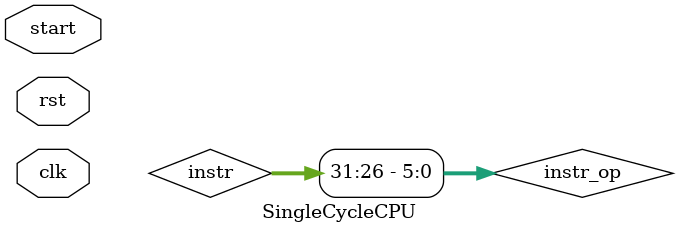
<source format=v>
`include "LookupTable.v"

module SingleCycleCPU
(
	input		clk,
	input		rst,
	input		start
);

/**
 * Internal bus declarations
 */
wire		[31:0]	instr;

wire		[5:0]	instr_op	= instr[31:26];
wire		[5:0]	instr_func	= instr[5:0];

wire		[4:0]	instr_rs	= instr[25:21];
wire		[4:0]	instr_rt	= instr[20:16];
wire		[4:0]	instr_rd	= instr[15:11];

wire		[15:0]	instr_imm	= instr[15:0];
wire		[25:0]	addr_imm 	= instr[25:0];

/**
 * IF
 */
Multiplexer4Way PC_Mux (
	.data_1			(PC_Inc.data_o), // PC += 4
	.data_2			(32'bz),
	.data_3			({ PC_Inc.data_o[31:28], addr_imm, 2'b0 }), // Jump to (imm << 2)
	.data_4			(PC_BranchAddr.data_o),	// Branch address, PC += (imm << 2)
	.sel			(2'b00),	// TODO
	.data_o			()
);

ProgramCounter PC (
	.clk			(clk),
	.rst			(rst),
	.start			(start),
	.we				(1'b1),
	.addr_i			(PC_Mux.data_o),
	.addr_o			()
);

Adder PC_Inc (
	.data_1			(PC.addr_o),
	.data_2			(32'b100),
	.data_o			()
);

// Instruction memory acts as a ROM.
Memory #(.size(1024)) InstrMem (
	.clk			(clk),
	.addr_i 		(PC.addr_o),
	.cs				(1'b1),
	.we				(1'b0),
	.data_i			(),
	.data_o			()
);


/**
 * IF/ID
 */
Latch IFID_PC_Inc (
	.clk			(clk),
	.rst			(1'b0), // TODO
	.en				(1'b1),
	.data_i			(PC_Inc.data_o),
	.data_o			()
);

Latch IFID_Instr (
	.clk			(clk),
	.rst			(1'b0), // TODO
	.en				(1'b1),
	.data_i			(InstrMem.data_o),
	.data_o			(instr)
);


/**
 * ID
 */
Registers RegFiles (
	.clk			(clk),
	.Rs_addr		(instr_rs),
	.Rt_addr		(instr_rt),
	.Rs_data		(),
	.Rt_data		(),
	.we				(1'b0),	// TODO
	.Rd_addr		(),
	.Rd_data		()
);

Comparer Rs_eq_Rt (
	.data_1			(RegFiles.Rs_data),
	.data_2			(RegFiles.Rt_data),
	.is_greater		(),
	.is_equal		(),
	.is_less		()
);

SignExtend SignExt (
	.data_i			(instr_imm),
	.data_o			()
);

Adder PC_BranchAddr (
	.data_1			(IFID_PC_Inc.data_o),
	.data_2			({ SignExt.data_o[31:2], 2'b0 }),
	.data_o			()
);

GeneralControl Ctrl (
	.op_i			(instr_op),
	.is_equal_i		(Rs_eq_Rt.is_equal),
	.PC_ctrl_o		(),
	.EX_ctrl_o		(),
	.MEM_ctrl_o		(),
	.WB_ctrl_o		()
);


endmodule

</source>
